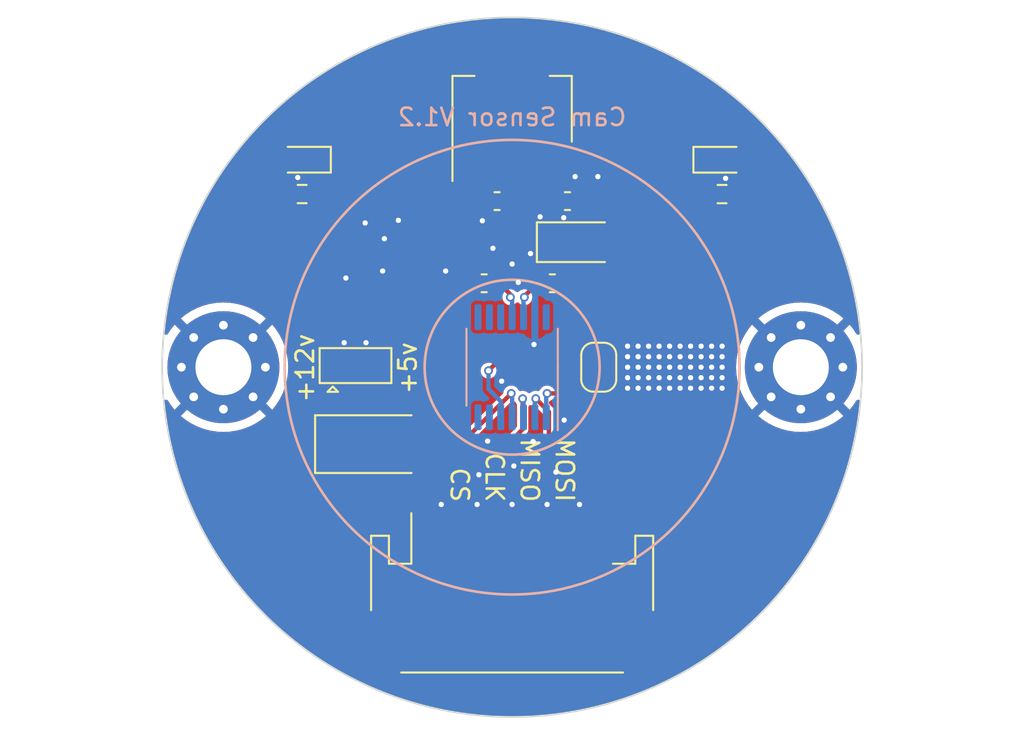
<source format=kicad_pcb>
(kicad_pcb (version 20221018) (generator pcbnew)
  (layers (0 "F.Cu" signal) (31 "B.Cu" signal) (34 "B.Paste" user) (35 "F.Paste" user) (36 "B.SilkS" user "B.Silkscreen") (37 "F.SilkS" user "F.Silkscreen") (38 "B.Mask" user) (39 "F.Mask" user) (44 "Edge.Cuts" user))
  (net 0 "")
  (net 1 "Net-(D3-K)")
  (net 2 "GND")
  (net 3 "Net-(U1-VDD3V3)")
  (net 10 "Net-(D1-A)")
  (net 11 "Net-(D2-A)")
  (net 12 "Net-(JP1-B)")
  (net 13 "VDD")
  (net 14 "Net-(JP2-A)")
  (net 15 "/MOSI")
  (net 16 "/MISO")
  (net 17 "/CLK")
  (net 18 "/CS")
  (net 19 "Net-(D4-K)")
  (footprint "Jumper:SolderJumper-3_P1.3mm_Open_Pad1.0x1.5mm" (layer "F.Cu") (at 141.05 59.9075)
    (fp_text reference "JP2" hide)
    (fp_text value "5V/12V")
    (fp_line (start -2.05 -1) (end 2.05 -1) (stroke (width 0.12)) (layer "F.SilkS"))
    (fp_line (start -2.05 1) (end -2.05 -1) (stroke (width 0.12)) (layer "F.SilkS"))
    (fp_line (start -1.6 1.5) (end -1 1.5) (stroke (width 0.12)) (layer "F.SilkS"))
    (fp_line (start -1.3 1.2) (end -1.6 1.5) (stroke (width 0.12)) (layer "F.SilkS"))
    (fp_line (start -1.3 1.2) (end -1 1.5) (stroke (width 0.12)) (layer "F.SilkS"))
    (fp_line (start 2.05 -1) (end 2.05 1) (stroke (width 0.12)) (layer "F.SilkS"))
    (fp_line (start 2.05 1) (end -2.05 1) (stroke (width 0.12)) (layer "F.SilkS"))
    (pad "1" smd rect (at -1.3 0) (size 1 1.5) (layers "F.Cu" "F.Mask") (net 14 "Net-(JP2-A)"))
    (pad "2" smd rect (at 0 0) (size 1 1.5) (layers "F.Cu" "F.Mask") (net 19 "Net-(D4-K)"))
    (pad "3" smd rect (at 1.3 0) (size 1 1.5) (layers "F.Cu" "F.Mask") (net 1 "Net-(D3-K)"))
  )
  (footprint "Resistor_SMD:R_0603_1608Metric_Pad0.98x0.95mm_HandSolder" (layer "F.Cu") (at 137.99875 50.0975 180)
    (fp_text reference "R2" hide)
    (fp_text value "680")
    (fp_line (start -0.254724 -0.5225) (end 0.254724 -0.5225) (stroke (width 0.12)) (layer "F.SilkS"))
    (fp_line (start -0.254724 0.5225) (end 0.254724 0.5225) (stroke (width 0.12)) (layer "F.SilkS"))
    (pad "1" smd roundrect (at -0.9125 0 180) (size 0.975 0.95) (layers "F.Cu" "F.Paste" "F.Mask") (net 14 "Net-(JP2-A)"))
    (pad "2" smd roundrect (at 0.9125 0 180) (size 0.975 0.95) (layers "F.Cu" "F.Paste" "F.Mask") (net 11 "Net-(D2-A)"))
  )
  (footprint "LED_SMD:LED_0603_1608Metric_Pad1.05x0.95mm_HandSolder" (layer "F.Cu") (at 137.97875 48.1325 180)
    (fp_text reference "D2" hide)
    (fp_text value "LED")
    (fp_line (start -1.66 -0.735) (end -1.66 0.735) (stroke (width 0.12)) (layer "F.SilkS"))
    (fp_line (start -1.66 0.735) (end 0.8 0.735) (stroke (width 0.12)) (layer "F.SilkS"))
    (fp_line (start 0.8 -0.735) (end -1.66 -0.735) (stroke (width 0.12)) (layer "F.SilkS"))
    (pad "1" smd roundrect (at -0.875 0 180) (size 1.05 0.95) (layers "F.Cu" "F.Paste" "F.Mask") (net 2 "GND"))
    (pad "2" smd roundrect (at 0.875 0 180) (size 1.05 0.95) (layers "F.Cu" "F.Paste" "F.Mask") (net 11 "Net-(D2-A)"))
  )
  (footprint "Capacitor_SMD:C_0603_1608Metric_Pad1.08x0.95mm_HandSolder" (layer "F.Cu") (at 149.1375 50.5 180)
    (fp_text reference "C4" hide)
    (fp_text value "0.33uf")
    (fp_line (start -0.146267 -0.51) (end 0.146267 -0.51) (stroke (width 0.12)) (layer "F.SilkS"))
    (fp_line (start -0.146267 0.51) (end 0.146267 0.51) (stroke (width 0.12)) (layer "F.SilkS"))
    (pad "1" smd roundrect (at -0.8625 0 180) (size 1.075 0.95) (layers "F.Cu" "F.Paste" "F.Mask") (net 14 "Net-(JP2-A)"))
    (pad "2" smd roundrect (at 0.8625 0 180) (size 1.075 0.95) (layers "F.Cu" "F.Paste" "F.Mask") (net 2 "GND"))
  )
  (footprint "Jumper:SolderJumper-2_P1.3mm_Open_RoundedPad1.0x1.5mm" (layer "F.Cu") (at 154.95 60 90)
    (fp_text reference "JP1" hide)
    (fp_text value "~")
    (fp_line (start -1.4 0.3) (end -1.4 -0.3) (stroke (width 0.12)) (layer "F.SilkS"))
    (fp_line (start -0.7 -1) (end 0.7 -1) (stroke (width 0.12)) (layer "F.SilkS"))
    (fp_line (start 0.7 1) (end -0.7 1) (stroke (width 0.12)) (layer "F.SilkS"))
    (fp_line (start 1.4 -0.3) (end 1.4 0.3) (stroke (width 0.12)) (layer "F.SilkS"))
    (fp_arc (start -1.4 -0.3) (mid -1.194975 -0.794975) (end -0.7 -1) (stroke (width 0.12)) (layer "F.SilkS"))
    (fp_arc (start -0.7 1) (mid -1.194975 0.794975) (end -1.4 0.3) (stroke (width 0.12)) (layer "F.SilkS"))
    (fp_arc (start 0.7 -1) (mid 1.194975 -0.794975) (end 1.4 -0.3) (stroke (width 0.12)) (layer "F.SilkS"))
    (fp_arc (start 1.4 0.3) (mid 1.194975 0.794975) (end 0.7 1) (stroke (width 0.12)) (layer "F.SilkS"))
    (pad "1" smd custom (at -0.65 0 90) (size 1 0.5) (layers "F.Cu" "F.Mask") (net 2 "GND") (options (clearance outline) (anchor rect)) (primitives (gr_circle (center 0 0.25) (end 0.5 0.25) (width 0) (fill yes)) (gr_circle (center 0 -0.25) (end 0.5 -0.25) (width 0) (fill yes)) (gr_poly (pts (xy 0.5 0.75) (xy 0 0.75) (xy 0 -0.75) (xy 0.5 -0.75)) (width 0) (fill yes))))
    (pad "2" smd custom (at 0.65 0 90) (size 1 0.5) (layers "F.Cu" "F.Mask") (net 12 "Net-(JP1-B)") (options (clearance outline) (anchor rect)) (primitives (gr_circle (center 0 0.25) (end 0.5 0.25) (width 0) (fill yes)) (gr_circle (center 0 -0.25) (end 0.5 -0.25) (width 0) (fill yes)) (gr_poly (pts (xy 0 0.75) (xy -0.5 0.75) (xy -0.5 -0.75) (xy 0 -0.75)) (width 0) (fill yes))))
  )
  (footprint "MountingHole:MountingHole_3.2mm_M3_Pad_Via" (layer "F.Cu") (at 166.5 60)
    (fp_text reference "REF**" hide)
    (fp_text value "MountingHole_3.2mm_M3_Pad_Via")
    (pad "1" thru_hole circle (at -2.4 0) (size 0.8 0.8) (drill 0.5) (layers "*.Cu" "*.Mask"))
    (pad "1" thru_hole circle (at -1.697056 -1.697056) (size 0.8 0.8) (drill 0.5) (layers "*.Cu" "*.Mask"))
    (pad "1" thru_hole circle (at -1.697056 1.697056) (size 0.8 0.8) (drill 0.5) (layers "*.Cu" "*.Mask"))
    (pad "1" thru_hole circle (at 0 -2.4) (size 0.8 0.8) (drill 0.5) (layers "*.Cu" "*.Mask"))
    (pad "1" thru_hole circle (at 0 0) (size 6.4 6.4) (drill 3.2) (layers "*.Cu" "*.Mask") (net 2 "GND"))
    (pad "1" thru_hole circle (at 0 2.4) (size 0.8 0.8) (drill 0.5) (layers "*.Cu" "*.Mask"))
    (pad "1" thru_hole circle (at 1.697056 -1.697056) (size 0.8 0.8) (drill 0.5) (layers "*.Cu" "*.Mask"))
    (pad "1" thru_hole circle (at 1.697056 1.697056) (size 0.8 0.8) (drill 0.5) (layers "*.Cu" "*.Mask"))
    (pad "1" thru_hole circle (at 2.4 0) (size 0.8 0.8) (drill 0.5) (layers "*.Cu" "*.Mask"))
  )
  (footprint "Capacitor_SMD:C_0603_1608Metric_Pad1.08x0.95mm_HandSolder" (layer "F.Cu") (at 148.4 55.2 180)
    (fp_text reference "C1" hide)
    (fp_text value "100nf")
    (fp_line (start -0.146267 -0.51) (end 0.146267 -0.51) (stroke (width 0.12)) (layer "F.SilkS"))
    (fp_line (start -0.146267 0.51) (end 0.146267 0.51) (stroke (width 0.12)) (layer "F.SilkS"))
    (pad "1" smd roundrect (at -0.8625 0 180) (size 1.075 0.95) (layers "F.Cu" "F.Paste" "F.Mask") (net 1 "Net-(D3-K)"))
    (pad "2" smd roundrect (at 0.8625 0 180) (size 1.075 0.95) (layers "F.Cu" "F.Paste" "F.Mask") (net 2 "GND"))
  )
  (footprint "Resistor_SMD:R_0603_1608Metric_Pad0.98x0.95mm_HandSolder" (layer "F.Cu") (at 161.99875 50.1)
    (fp_text reference "R1" hide)
    (fp_text value "220")
    (fp_line (start -0.254724 -0.5225) (end 0.254724 -0.5225) (stroke (width 0.12)) (layer "F.SilkS"))
    (fp_line (start -0.254724 0.5225) (end 0.254724 0.5225) (stroke (width 0.12)) (layer "F.SilkS"))
    (pad "1" smd roundrect (at -0.9125 0) (size 0.975 0.95) (layers "F.Cu" "F.Paste" "F.Mask") (net 1 "Net-(D3-K)"))
    (pad "2" smd roundrect (at 0.9125 0) (size 0.975 0.95) (layers "F.Cu" "F.Paste" "F.Mask") (net 10 "Net-(D1-A)"))
  )
  (footprint "MountingHole:MountingHole_3.2mm_M3_Pad_Via" (layer "F.Cu") (at 133.5 60)
    (fp_text reference "REF**" hide)
    (fp_text value "MountingHole_3.2mm_M3_Pad_Via")
    (pad "1" thru_hole circle (at -2.4 0) (size 0.8 0.8) (drill 0.5) (layers "*.Cu" "*.Mask"))
    (pad "1" thru_hole circle (at -1.697056 -1.697056) (size 0.8 0.8) (drill 0.5) (layers "*.Cu" "*.Mask"))
    (pad "1" thru_hole circle (at -1.697056 1.697056) (size 0.8 0.8) (drill 0.5) (layers "*.Cu" "*.Mask"))
    (pad "1" thru_hole circle (at 0 -2.4) (size 0.8 0.8) (drill 0.5) (layers "*.Cu" "*.Mask"))
    (pad "1" thru_hole circle (at 0 0) (size 6.4 6.4) (drill 3.2) (layers "*.Cu" "*.Mask") (net 2 "GND"))
    (pad "1" thru_hole circle (at 0 2.4) (size 0.8 0.8) (drill 0.5) (layers "*.Cu" "*.Mask"))
    (pad "1" thru_hole circle (at 1.697056 -1.697056) (size 0.8 0.8) (drill 0.5) (layers "*.Cu" "*.Mask"))
    (pad "1" thru_hole circle (at 1.697056 1.697056) (size 0.8 0.8) (drill 0.5) (layers "*.Cu" "*.Mask"))
    (pad "1" thru_hole circle (at 2.4 0) (size 0.8 0.8) (drill 0.5) (layers "*.Cu" "*.Mask"))
  )
  (footprint "Capacitor_SMD:C_0603_1608Metric_Pad1.08x0.95mm_HandSolder" (layer "F.Cu") (at 153.1625 50.5)
    (fp_text reference "C3" hide)
    (fp_text value "100nf")
    (fp_line (start -0.146267 -0.51) (end 0.146267 -0.51) (stroke (width 0.12)) (layer "F.SilkS"))
    (fp_line (start -0.146267 0.51) (end 0.146267 0.51) (stroke (width 0.12)) (layer "F.SilkS"))
    (pad "1" smd roundrect (at -0.8625 0) (size 1.075 0.95) (layers "F.Cu" "F.Paste" "F.Mask") (net 1 "Net-(D3-K)"))
    (pad "2" smd roundrect (at 0.8625 0) (size 1.075 0.95) (layers "F.Cu" "F.Paste" "F.Mask") (net 2 "GND"))
  )
  (footprint "Capacitor_SMD:C_0603_1608Metric_Pad1.08x0.95mm_HandSolder" (layer "F.Cu") (at 152.3 55.2 180)
    (fp_text reference "C2" hide)
    (fp_text value "1uf")
    (fp_line (start -0.146267 -0.51) (end 0.146267 -0.51) (stroke (width 0.12)) (layer "F.SilkS"))
    (fp_line (start -0.146267 0.51) (end 0.146267 0.51) (stroke (width 0.12)) (layer "F.SilkS"))
    (pad "1" smd roundrect (at -0.8625 0 180) (size 1.075 0.95) (layers "F.Cu" "F.Paste" "F.Mask") (net 2 "GND"))
    (pad "2" smd roundrect (at 0.8625 0 180) (size 1.075 0.95) (layers "F.Cu" "F.Paste" "F.Mask") (net 3 "Net-(U1-VDD3V3)"))
  )
  (footprint "LED_SMD:LED_0603_1608Metric_Pad1.05x0.95mm_HandSolder" (layer "F.Cu") (at 162.02125 48.135)
    (fp_text reference "D1" hide)
    (fp_text value "LED")
    (fp_line (start -1.66 -0.735) (end -1.66 0.735) (stroke (width 0.12)) (layer "F.SilkS"))
    (fp_line (start -1.66 0.735) (end 0.8 0.735) (stroke (width 0.12)) (layer "F.SilkS"))
    (fp_line (start 0.8 -0.735) (end -1.66 -0.735) (stroke (width 0.12)) (layer "F.SilkS"))
    (pad "1" smd roundrect (at -0.875 0) (size 1.05 0.95) (layers "F.Cu" "F.Paste" "F.Mask") (net 2 "GND"))
    (pad "2" smd roundrect (at 0.875 0) (size 1.05 0.95) (layers "F.Cu" "F.Paste" "F.Mask") (net 10 "Net-(D1-A)"))
  )
  (footprint "Diode_SMD:D_SMA" (layer "F.Cu") (at 142.25 64.4)
    (fp_text reference "D4" hide)
    (fp_text value "1n4001")
    (fp_line (start -3.51 -1.65) (end -3.51 1.65) (stroke (width 0.12)) (layer "F.SilkS"))
    (fp_line (start -3.51 -1.65) (end 2 -1.65) (stroke (width 0.12)) (layer "F.SilkS"))
    (fp_line (start -3.51 1.65) (end 2 1.65) (stroke (width 0.12)) (layer "F.SilkS"))
    (pad "1" smd roundrect (at -2 0) (size 2.5 1.8) (layers "F.Cu" "F.Paste" "F.Mask") (roundrect_rratio 0.1388888889) (net 19 "Net-(D4-K)"))
    (pad "2" smd roundrect (at 2 0) (size 2.5 1.8) (layers "F.Cu" "F.Paste" "F.Mask") (roundrect_rratio 0.1388888889) (net 13 "VDD"))
  )
  (footprint "Diode_SMD:D_1206_3216Metric" (layer "F.Cu") (at 153.7 52.85)
    (fp_text reference "D3" hide)
    (fp_text value "5.1v")
    (fp_line (start -2.285 -1.135) (end -2.285 1.135) (stroke (width 0.12)) (layer "F.SilkS"))
    (fp_line (start -2.285 1.135) (end 1.6 1.135) (stroke (width 0.12)) (layer "F.SilkS"))
    (fp_line (start 1.6 -1.135) (end -2.285 -1.135) (stroke (width 0.12)) (layer "F.SilkS"))
    (pad "1" smd roundrect (at -1.4 0) (size 1.25 1.75) (layers "F.Cu" "F.Paste" "F.Mask") (roundrect_rratio 0.2) (net 1 "Net-(D3-K)"))
    (pad "2" smd roundrect (at 1.4 0) (size 1.25 1.75) (layers "F.Cu" "F.Paste" "F.Mask") (roundrect_rratio 0.2) (net 2 "GND"))
  )
  (footprint "Connector_JST:JST_PH_S6B-PH-SM4-TB_1x06-1MP_P2.00mm_Horizontal" (layer "F.Cu") (at 150 72.95)
    (fp_text reference "J1" hide)
    (fp_text value "Input")
    (fp_line (start -8.06 -3.31) (end -7.04 -3.31) (stroke (width 0.12)) (layer "F.SilkS"))
    (fp_line (start -8.06 0.94) (end -8.06 -3.31) (stroke (width 0.12)) (layer "F.SilkS"))
    (fp_line (start -7.04 -3.31) (end -7.04 -1.71) (stroke (width 0.12)) (layer "F.SilkS"))
    (fp_line (start -7.04 -1.71) (end -5.76 -1.71) (stroke (width 0.12)) (layer "F.SilkS"))
    (fp_line (start -6.34 4.51) (end 6.34 4.51) (stroke (width 0.12)) (layer "F.SilkS"))
    (fp_line (start -5.76 -1.71) (end -5.76 -4.6) (stroke (width 0.12)) (layer "F.SilkS"))
    (fp_line (start 7.04 -3.31) (end 7.04 -1.71) (stroke (width 0.12)) (layer "F.SilkS"))
    (fp_line (start 7.04 -1.71) (end 5.76 -1.71) (stroke (width 0.12)) (layer "F.SilkS"))
    (fp_line (start 8.06 -3.31) (end 7.04 -3.31) (stroke (width 0.12)) (layer "F.SilkS"))
    (fp_line (start 8.06 0.94) (end 8.06 -3.31) (stroke (width 0.12)) (layer "F.SilkS"))
    (pad "1" smd roundrect (at -5 -2.85) (size 1 3.5) (layers "F.Cu" "F.Paste" "F.Mask") (net 13 "VDD"))
    (pad "2" smd roundrect (at -3 -2.85) (size 1 3.5) (layers "F.Cu" "F.Paste" "F.Mask") (net 15 "/MOSI"))
    (pad "3" smd roundrect (at -1 -2.85) (size 1 3.5) (layers "F.Cu" "F.Paste" "F.Mask") (net 16 "/MISO"))
    (pad "4" smd roundrect (at 1 -2.85) (size 1 3.5) (layers "F.Cu" "F.Paste" "F.Mask") (net 17 "/CLK"))
    (pad "5" smd roundrect (at 3 -2.85) (size 1 3.5) (layers "F.Cu" "F.Paste" "F.Mask") (net 18 "/CS"))
    (pad "6" smd roundrect (at 5 -2.85) (size 1 3.5) (layers "F.Cu" "F.Paste" "F.Mask") (net 2 "GND"))
    (pad "MP" smd roundrect (at -7.35 2.9) (size 1.5 3.4) (layers "F.Cu" "F.Paste" "F.Mask") (roundrect_rratio 0.1666673333))
    (pad "MP" smd roundrect (at 7.35 2.9) (size 1.5 3.4) (layers "F.Cu" "F.Paste" "F.Mask") (roundrect_rratio 0.1666673333))
  )
  (footprint "Package_TO_SOT_SMD:SOT-223-3_TabPin2" (layer "F.Cu") (at 150 45.25 90)
    (fp_text reference "U2" hide)
    (fp_text value "AMS1117-5.0")
    (fp_line (start -4.1 -3.41) (end 1.91 -3.41) (stroke (width 0.12)) (layer "F.SilkS"))
    (fp_line (start -1.85 3.41) (end 1.91 3.41) (stroke (width 0.12)) (layer "F.SilkS"))
    (fp_line (start 1.91 -3.41) (end 1.91 -2.15) (stroke (width 0.12)) (layer "F.SilkS"))
    (fp_line (start 1.91 3.41) (end 1.91 2.15) (stroke (width 0.12)) (layer "F.SilkS"))
    (pad "1" smd rect (at -3.15 -2.3 90) (size 2 1.5) (layers "F.Cu" "F.Paste" "F.Mask") (net 2 "GND"))
    (pad "2" smd rect (at -3.15 0 90) (size 2 1.5) (layers "F.Cu" "F.Paste" "F.Mask") (net 14 "Net-(JP2-A)"))
    (pad "2" smd rect (at 3.15 0 90) (size 2 3.8) (layers "F.Cu" "F.Paste" "F.Mask") (net 14 "Net-(JP2-A)"))
    (pad "3" smd rect (at -3.15 2.3 90) (size 2 1.5) (layers "F.Cu" "F.Paste" "F.Mask") (net 1 "Net-(D3-K)"))
  )
  (footprint "Package_SO:TSSOP-14_4.4x5mm_P0.65mm" (layer "B.Cu") (at 150 60 90)
    (fp_text reference "U1" hide)
    (fp_text value "AS5047P")
    (fp_line (start 0 -2.61) (end -2.2 -2.61) (stroke (width 0.12)) (layer "B.SilkS"))
    (fp_line (start 0 -2.61) (end 2.2 -2.61) (stroke (width 0.12)) (layer "B.SilkS"))
    (fp_line (start 0 2.61) (end -3.6 2.61) (stroke (width 0.12)) (layer "B.SilkS"))
    (fp_line (start 0 2.61) (end 2.2 2.61) (stroke (width 0.12)) (layer "B.SilkS"))
    (pad "1" smd roundrect (at -2.8625 1.95 90) (size 1.475 0.4) (layers "B.Cu" "B.Paste" "B.Mask") (net 18 "/CS"))
    (pad "2" smd roundrect (at -2.8625 1.3 90) (size 1.475 0.4) (layers "B.Cu" "B.Paste" "B.Mask") (net 17 "/CLK"))
    (pad "3" smd roundrect (at -2.8625 0.65 90) (size 1.475 0.4) (layers "B.Cu" "B.Paste" "B.Mask") (net 16 "/MISO"))
    (pad "4" smd roundrect (at -2.8625 0 90) (size 1.475 0.4) (layers "B.Cu" "B.Paste" "B.Mask") (net 15 "/MOSI"))
    (pad "5" smd roundrect (at -2.8625 -0.65 90) (size 1.475 0.4) (layers "B.Cu" "B.Paste" "B.Mask") (net 12 "Net-(JP1-B)"))
    (pad "6" smd roundrect (at -2.8625 -1.3 90) (size 1.475 0.4) (layers "B.Cu" "B.Paste" "B.Mask"))
    (pad "7" smd roundrect (at -2.8625 -1.95 90) (size 1.475 0.4) (layers "B.Cu" "B.Paste" "B.Mask"))
    (pad "8" smd roundrect (at 2.8625 -1.95 90) (size 1.475 0.4) (layers "B.Cu" "B.Paste" "B.Mask"))
    (pad "9" smd roundrect (at 2.8625 -1.3 90) (size 1.475 0.4) (layers "B.Cu" "B.Paste" "B.Mask"))
    (pad "10" smd roundrect (at 2.8625 -0.65 90) (size 1.475 0.4) (layers "B.Cu" "B.Paste" "B.Mask"))
    (pad "11" smd roundrect (at 2.8625 0 90) (size 1.475 0.4) (layers "B.Cu" "B.Paste" "B.Mask") (net 1 "Net-(D3-K)"))
    (pad "12" smd roundrect (at 2.8625 0.65 90) (size 1.475 0.4) (layers "B.Cu" "B.Paste" "B.Mask") (net 3 "Net-(U1-VDD3V3)"))
    (pad "13" smd roundrect (at 2.8625 1.3 90) (size 1.475 0.4) (layers "B.Cu" "B.Paste" "B.Mask") (net 2 "GND"))
    (pad "14" smd roundrect (at 2.8625 1.95 90) (size 1.475 0.4) (layers "B.Cu" "B.Paste" "B.Mask"))
  )
  (gr_circle (center 150 60) (end 155 60) (stroke (width 0.15)) (fill none) (layer "B.SilkS"))
  (gr_circle (center 150 60) (end 163 60) (stroke (width 0.15)) (fill none) (layer "B.SilkS"))
  (gr_circle (center 150 60) (end 170 60) (stroke (width 0.1)) (fill none) (layer "Edge.Cuts"))
  (gr_text "Cam Sensor V1.2" (at 150 45.7) (layer "B.SilkS") (effects (font (size 1 1)) (justify mirror)))
  (gr_text "MOSI" (at 153 67.8 270) (layer "F.SilkS") (effects (font (size 1 1)) (justify right)))
  (gr_text "+5v" (at 143.45 60.05 90) (layer "F.SilkS") (effects (font (size 1 1)) (justify top)))
  (gr_text "CS" (at 147 67.8 270) (layer "F.SilkS") (effects (font (size 1 1)) (justify right)))
  (gr_text "+12v" (at 138.75 60.05 90) (layer "F.SilkS") (effects (font (size 1 1)) (justify bottom)))
  (gr_text "CLK" (at 149 67.8 270) (layer "F.SilkS") (effects (font (size 1 1)) (justify right)))
  (gr_text "MISO" (at 151 67.8 270) (layer "F.SilkS") (effects (font (size 1 1)) (justify right)))
  (segment (start 157 50.1) (end 161.08625 50.1) (width 0.25) (layer "F.Cu") (net 1))
  (segment (start 152.3 48.4) (end 152.3 50.5) (width 0.25) (layer "F.Cu") (net 1))
  (segment (start 149.2625 53.8375) (end 150.25 52.85) (width 0.25) (layer "F.Cu") (net 1))
  (segment (start 142.35 55.65) (end 144.1625 53.8375) (width 0.25) (layer "F.Cu") (net 1))
  (segment (start 152.3 48.4) (end 155.3 48.4) (width 0.25) (layer "F.Cu") (net 1))
  (segment (start 149.9 56) (end 149.9 55.8375) (width 0.25) (layer "F.Cu") (net 1))
  (segment (start 155.3 48.4) (end 157 50.1) (width 0.25) (layer "F.Cu") (net 1))
  (segment (start 149.9 55.8375) (end 149.2625 55.2) (width 0.25) (layer "F.Cu") (net 1))
  (segment (start 142.35 59.9075) (end 142.35 55.65) (width 0.25) (layer "F.Cu") (net 1))
  (segment (start 149.2625 55.2) (end 149.2625 53.8375) (width 0.25) (layer "F.Cu") (net 1))
  (segment (start 152.3 50.5) (end 152.3 52.85) (width 0.25) (layer "F.Cu") (net 1))
  (segment (start 144.1625 53.8375) (end 149.2625 53.8375) (width 0.25) (layer "F.Cu") (net 1))
  (segment (start 150.25 52.85) (end 152.3 52.85) (width 0.25) (layer "F.Cu") (net 1))
  (via (at 149.9 56) (size 0.5) (drill 0.3) (layers "F.Cu" "B.Cu") (net 1))
  (segment (start 150 57.1375) (end 150 56.1) (width 0.25) (layer "B.Cu") (net 1))
  (segment (start 150 56.1) (end 149.9 56) (width 0.25) (layer "B.Cu") (net 1))
  (segment (start 154.975 70.795) (end 154.98 70.8) (width 0.25) (layer "F.Cu") (net 2))
  (via (at 157.2 58.8) (size 0.5) (drill 0.3) (layers "F.Cu" "B.Cu") (net 2))
  (via (at 156.6 61.2) (size 0.5) (drill 0.3) (layers "F.Cu" "B.Cu") (net 2))
  (via (at 148.3 51.6255) (size 0.5) (drill 0.3) (layers "F.Cu" "B.Cu") (net 2))
  (via (at 161.4 59.4) (size 0.5) (drill 0.3) (layers "F.Cu" "B.Cu") (net 2))
  (via (at 161.4 60.6) (size 0.5) (drill 0.3) (layers "F.Cu" "B.Cu") (net 2))
  (via (at 159.6 60.6) (size 0.5) (drill 0.3) (layers "F.Cu" "B.Cu") (net 2))
  (via (at 158.4 58.8) (size 0.5) (drill 0.3) (layers "F.Cu" "B.Cu") (net 2))
  (via (at 142.6 54.5) (size 0.5) (drill 0.3) (layers "F.Cu" "B.Cu") (net 2))
  (via (at 140.4 58.6) (size 0.5) (drill 0.3) (layers "F.Cu" "B.Cu") (net 2))
  (via (at 141.6 51.75) (size 0.5) (drill 0.3) (layers "F.Cu" "B.Cu") (net 2))
  (via (at 140.5 54.9) (size 0.5) (drill 0.3) (layers "F.Cu" "B.Cu") (net 2))
  (via (at 141.65 58.6) (size 0.5) (drill 0.3) (layers "F.Cu" "B.Cu") (net 2))
  (via (at 161.4 58.8) (size 0.5) (drill 0.3) (layers "F.Cu" "B.Cu") (net 2))
  (via (at 159.6 58.8) (size 0.5) (drill 0.3) (layers "F.Cu" "B.Cu") (net 2))
  (via (at 157.8 59.4) (size 0.5) (drill 0.3) (layers "F.Cu" "B.Cu") (net 2))
  (via (at 161.4 61.2) (size 0.5) (drill 0.3) (layers "F.Cu" "B.Cu") (net 2))
  (via (at 157.8 60) (size 0.5) (drill 0.3) (layers "F.Cu" "B.Cu") (net 2))
  (via (at 156.6 60) (size 0.5) (drill 0.3) (layers "F.Cu" "B.Cu") (net 2))
  (via (at 143.5 51.6) (size 0.5) (drill 0.3) (layers "F.Cu" "B.Cu") (net 2))
  (via (at 159 58.8) (size 0.5) (drill 0.3) (layers "F.Cu" "B.Cu") (net 2))
  (via (at 148.9 53.2) (size 0.5) (drill 0.3) (layers "F.Cu" "B.Cu") (net 2))
  (via (at 159.6 61.2) (size 0.5) (drill 0.3) (layers "F.Cu" "B.Cu") (net 2))
  (via (at 148.6 64.225) (size 0.5) (drill 0.3) (layers "F.Cu" "B.Cu") (net 2))
  (via (at 160.8 58.8) (size 0.5) (drill 0.3) (layers "F.Cu" "B.Cu") (net 2))
  (via (at 153.6 49.1) (size 0.5) (drill 0.3) (layers "F.Cu" "B.Cu") (net 2))
  (via (at 151.25 58.7) (size 0.5) (drill 0.3) (layers "F.Cu" "B.Cu") (net 2))
  (via (at 145.95 67.85) (size 0.5) (drill 0.3) (layers "F.Cu" "B.Cu") (net 2))
  (via (at 157.2 61.2) (size 0.5) (drill 0.3) (layers "F.Cu" "B.Cu") (net 2))
  (via (at 162 60) (size 0.5) (drill 0.3) (layers "F.Cu" "B.Cu") (net 2))
  (via (at 146.2 54.5) (size 0.5) (drill 0.3) (layers "F.Cu" "B.Cu") (net 2))
  (via (at 142.7 52.65) (size 0.5) (drill 0.3) (layers "F.Cu" "B.Cu") (net 2))
  (via (at 160.2 60) (size 0.5) (drill 0.3) (layers "F.Cu" "B.Cu") (net 2))
  (via (at 156.6 59.4) (size 0.5) (drill 0.3) (layers "F.Cu" "B.Cu") (net 2))
  (via (at 152 67.85) (size 0.5) (drill 0.3) (layers "F.Cu" "B.Cu") (net 2))
  (via (at 157.2 60.6) (size 0.5) (drill 0.3) (layers "F.Cu" "B.Cu") (net 2))
  (via (at 159 60) (size 0.5) (drill 0.3) (layers "F.Cu" "B.Cu") (net 2))
  (via (at 158.4 60) (size 0.5) (drill 0.3) (layers "F.Cu" "B.Cu") (net 2))
  (via (at 160.8 61.2) (size 0.5) (drill 0.3) (layers "F.Cu" "B.Cu") (net 2))
  (via (at 156.6 58.8) (size 0.5) (drill 0.3) (layers "F.Cu" "B.Cu") (net 2))
  (via (at 158.4 59.4) (size 0.5) (drill 0.3) (layers "F.Cu" "B.Cu") (net 2))
  (via (at 162 59.4) (size 0.5) (drill 0.3) (layers "F.Cu" "B.Cu") (net 2))
  (via (at 159 59.4) (size 0.5) (drill 0.3) (layers "F.Cu" "B.Cu") (net 2))
  (via (at 151.6 51.4) (size 0.5) (drill 0.3) (layers "F.Cu" "B.Cu") (net 2))
  (via (at 157.8 61.2) (size 0.5) (drill 0.3) (layers "F.Cu" "B.Cu") (net 2))
  (via (at 156.6 60.6) (size 0.5) (drill 0.3) (layers "F.Cu" "B.Cu") (net 2))
  (via (at 162 58.8) (size 0.5) (drill 0.3) (layers "F.Cu" "B.Cu") (net 2))
  (via (at 151.05 53.5) (size 0.5) (drill 0.3) (layers "F.Cu" "B.Cu") (net 2))
  (via (at 160.2 59.4) (size 0.5) (drill 0.3) (layers "F.Cu" "B.Cu") (net 2))
  (via (at 160.2 61.2) (size 0.5) (drill 0.3) (layers "F.Cu" "B.Cu") (net 2))
  (via (at 157.8 60.6) (size 0.5) (drill 0.3) (layers "F.Cu" "B.Cu") (net 2))
  (via (at 158.4 61.2) (size 0.5) (drill 0.3) (layers "F.Cu" "B.Cu") (net 2))
  (via (at 157.2 60) (size 0.5) (drill 0.3) (layers "F.Cu" "B.Cu") (net 2))
  (via (at 158.4 60.6) (size 0.5) (drill 0.3) (layers "F.Cu" "B.Cu") (net 2))
  (via (at 137.75 49.15) (size 0.5) (drill 0.3) (layers "F.Cu" "B.Cu") (net 2))
  (via (at 157.8 58.8) (size 0.5) (drill 0.3) (layers "F.Cu" "B.Cu") (net 2))
  (via (at 159 61.2) (size 0.5) (drill 0.3) (layers "F.Cu" "B.Cu") (net 2))
  (via (at 150 54.1) (size 0.5) (drill 0.3) (layers "F.Cu" "B.Cu") (net 2))
  (via (at 149.4 60.8) (size 0.5) (drill 0.3) (layers "F.Cu" "B.Cu") (net 2))
  (via (at 151.2 64.25) (size 0.5) (drill 0.3) (layers "F.Cu" "B.Cu") (net 2))
  (via (at 162.2 49.2) (size 0.5) (drill 0.3) (layers "F.Cu" "B.Cu") (net 2))
  (via (at 162 61.2) (size 0.5) (drill 0.3) (layers "F.Cu" "B.Cu") (net 2))
  (via (at 159.6 59.4) (size 0.5) (drill 0.3) (layers "F.Cu" "B.Cu") (net 2))
  (via (at 162 60.6) (size 0.5) (drill 0.3) (layers "F.Cu" "B.Cu") (net 2))
  (via (at 150.1 65.65) (size 0.5) (drill 0.3) (layers "F.Cu" "B.Cu") (net 2))
  (via (at 160.8 60) (size 0.5) (drill 0.3) (layers "F.Cu" "B.Cu") (net 2))
  (via (at 160.2 60.6) (size 0.5) (drill 0.3) (layers "F.Cu" "B.Cu") (net 2))
  (via (at 152.5 66) (size 0.5) (drill 0.3) (layers "F.Cu" "B.Cu") (net 2))
  (via (at 148 67.85) (size 0.5) (drill 0.3) (layers "F.Cu" "B.Cu") (net 2))
  (via (at 150 67.85) (size 0.5) (drill 0.3) (layers "F.Cu" "B.Cu") (net 2))
  (via (at 160.8 59.4) (size 0.5) (drill 0.3) (layers "F.Cu" "B.Cu") (net 2))
  (via (at 154.9 49.1) (size 0.5) (drill 0.3) (layers "F.Cu" "B.Cu") (net 2))
  (via (at 153.85 67.85) (size 0.5) (drill 0.3) (layers "F.Cu" "B.Cu") (net 2))
  (via (at 157.2 59.4) (size 0.5) (drill 0.3) (layers "F.Cu" "B.Cu") (net 2))
  (via (at 152.975 63.025) (size 0.5) (drill 0.3) (layers "F.Cu" "B.Cu") (net 2))
  (via (at 159.6 60) (size 0.5) (drill 0.3) (layers "F.Cu" "B.Cu") (net 2))
  (via (at 159 60.6) (size 0.5) (drill 0.3) (layers "F.Cu" "B.Cu") (net 2))
  (via (at 150.35 55.15) (size 0.5) (drill 0.3) (layers "F.Cu" "B.Cu") (net 2))
  (via (at 152.95 51.45) (size 0.5) (drill 0.3) (layers "F.Cu" "B.Cu") (net 2))
  (via (at 160.8 60.6) (size 0.5) (drill 0.3) (layers "F.Cu" "B.Cu") (net 2))
  (via (at 148.1 66.15) (size 0.5) (drill 0.3) (layers "F.Cu" "B.Cu") (net 2))
  (via (at 160.2 58.8) (size 0.5) (drill 0.3) (layers "F.Cu" "B.Cu") (net 2))
  (via (at 161.4 60) (size 0.5) (drill 0.3) (layers "F.Cu" "B.Cu") (net 2))
  (segment (start 150.7 56) (end 150.7 55.9375) (width 0.25) (layer "F.Cu") (net 3))
  (segment (start 150.7 55.9375) (end 151.4375 55.2) (width 0.25) (layer "F.Cu") (net 3))
  (via (at 150.7 56) (size 0.5) (drill 0.3) (layers "F.Cu" "B.Cu") (net 3))
  (segment (start 150.65 57.1375) (end 150.65 56.05) (width 0.25) (layer "B.Cu") (net 3))
  (segment (start 150.65 56.05) (end 150.7 56) (width 0.25) (layer "B.Cu") (net 3))
  (segment (start 162.89625 50.085) (end 162.91125 50.1) (width 0.25) (layer "F.Cu") (net 10))
  (segment (start 162.89625 48.135) (end 162.89625 50.085) (width 0.25) (layer "F.Cu") (net 10))
  (segment (start 137.10375 48.1325) (end 137.10375 50.08) (width 0.25) (layer "F.Cu") (net 11))
  (segment (start 137.10375 50.08) (end 137.08625 50.0975) (width 0.25) (layer "F.Cu") (net 11))
  (segment (start 154.95 59.35) (end 149.5 59.35) (width 0.25) (layer "F.Cu") (net 12))
  (segment (start 149.5 59.35) (end 148.65 60.2) (width 0.25) (layer "F.Cu") (net 12))
  (via (at 148.65 60.2) (size 0.5) (drill 0.3) (layers "F.Cu" "B.Cu") (net 12))
  (segment (start 149.35 61.95) (end 149.35 62.8625) (width 0.25) (layer "B.Cu") (net 12))
  (segment (start 148.65 60.2) (end 148.65 61.25) (width 0.25) (layer "B.Cu") (net 12))
  (segment (start 148.65 61.25) (end 149.35 61.95) (width 0.25) (layer "B.Cu") (net 12))
  (segment (start 145 70.1) (end 145 67) (width 0.25) (layer "F.Cu") (net 13))
  (segment (start 145 67) (end 144.25 66.25) (width 0.25) (layer "F.Cu") (net 13))
  (segment (start 144.25 66.25) (end 144.25 64.4) (width 0.25) (layer "F.Cu") (net 13))
  (segment (start 138.91125 50.0975) (end 141.0975 50.0975) (width 0.25) (layer "F.Cu") (net 14))
  (segment (start 139.75 59.9075) (end 139.75 54.65) (width 0.25) (layer "F.Cu") (net 14))
  (segment (start 143.2 52.2) (end 148.85 52.2) (width 0.25) (layer "F.Cu") (net 14))
  (segment (start 150 48.4) (end 150 42.1) (width 0.25) (layer "F.Cu") (net 14))
  (segment (start 142.7 51.7) (end 143.2 52.2) (width 0.25) (layer "F.Cu") (net 14))
  (segment (start 150 48.4) (end 150 50.5) (width 0.25) (layer "F.Cu") (net 14))
  (segment (start 148.85 52.2) (end 150 51.05) (width 0.25) (layer "F.Cu") (net 14))
  (segment (start 141.0975 50.0975) (end 142.7 51.7) (width 0.25) (layer "F.Cu") (net 14))
  (segment (start 139.75 54.65) (end 142.7 51.7) (width 0.25) (layer "F.Cu") (net 14))
  (segment (start 150 51.05) (end 150 50.5) (width 0.25) (layer "F.Cu") (net 14))
  (segment (start 147 64.45) (end 149.95 61.5) (width 0.25) (layer "F.Cu") (net 15))
  (segment (start 147 70.1) (end 147 64.45) (width 0.25) (layer "F.Cu") (net 15))
  (via (at 149.95 61.5) (size 0.5) (drill 0.3) (layers "F.Cu" "B.Cu") (net 15))
  (segment (start 150 61.55) (end 149.95 61.5) (width 0.25) (layer "B.Cu") (net 15))
  (segment (start 150 62.8625) (end 150 61.55) (width 0.25) (layer "B.Cu") (net 15))
  (segment (start 150.6 63.55) (end 150.6 61.8) (width 0.25) (layer "F.Cu") (net 16))
  (segment (start 149 70.1) (end 149 65.15) (width 0.25) (layer "F.Cu") (net 16))
  (segment (start 149 65.15) (end 150.6 63.55) (width 0.25) (layer "F.Cu") (net 16))
  (via (at 150.6 61.8) (size 0.5) (drill 0.3) (layers "F.Cu" "B.Cu") (net 16))
  (segment (start 150.65 62.8625) (end 150.65 61.85) (width 0.25) (layer "B.Cu") (net 16))
  (segment (start 150.65 61.85) (end 150.6 61.8) (width 0.25) (layer "B.Cu") (net 16))
  (segment (start 151 66.15) (end 152.1 65.05) (width 0.25) (layer "F.Cu") (net 17))
  (segment (start 152.1 62.55) (end 151.35 61.8) (width 0.25) (layer "F.Cu") (net 17))
  (segment (start 151 70.1) (end 151 66.15) (width 0.25) (layer "F.Cu") (net 17))
  (segment (start 152.1 65.05) (end 152.1 62.55) (width 0.25) (layer "F.Cu") (net 17))
  (via (at 151.35 61.8) (size 0.5) (drill 0.3) (layers "F.Cu" "B.Cu") (net 17))
  (segment (start 151.3 62.8625) (end 151.3 61.85) (width 0.25) (layer "B.Cu") (net 17))
  (segment (start 151.3 61.85) (end 151.35 61.8) (width 0.25) (layer "B.Cu") (net 17))
  (segment (start 153 66.75) (end 154 65.75) (width 0.25) (layer "F.Cu") (net 18))
  (segment (start 152.9 61.5) (end 152 61.5) (width 0.25) (layer "F.Cu") (net 18))
  (segment (start 154 62.6) (end 152.9 61.5) (width 0.25) (layer "F.Cu") (net 18))
  (segment (start 154 65.75) (end 154 62.6) (width 0.25) (layer "F.Cu") (net 18))
  (segment (start 153 70.1) (end 153 66.75) (width 0.25) (layer "F.Cu") (net 18))
  (via (at 152 61.5) (size 0.5) (drill 0.3) (layers "F.Cu" "B.Cu") (net 18))
  (segment (start 151.95 62.8625) (end 151.95 61.55) (width 0.25) (layer "B.Cu") (net 18))
  (segment (start 151.95 61.55) (end 152 61.5) (width 0.25) (layer "B.Cu") (net 18))
  (segment (start 141.05 61.7) (end 140.25 62.5) (width 0.25) (layer "F.Cu") (net 19))
  (segment (start 140.25 62.5) (end 140.25 64.4) (width 0.25) (layer "F.Cu") (net 19))
  (segment (start 141.05 59.9075) (end 141.05 61.7) (width 0.25) (layer "F.Cu") (net 19))
  (zone (net 2) (net_name "GND") (layers "F&B.Cu") (connect_pads (clearance 0.2)) (min_thickness 0.25) (fill yes (thermal_gap 0.5) (thermal_bridge_width 0.5))
    (polygon (pts (xy 129 39) (xy 171 39) (xy 171 81) (xy 129 81)))
  )
)
</source>
